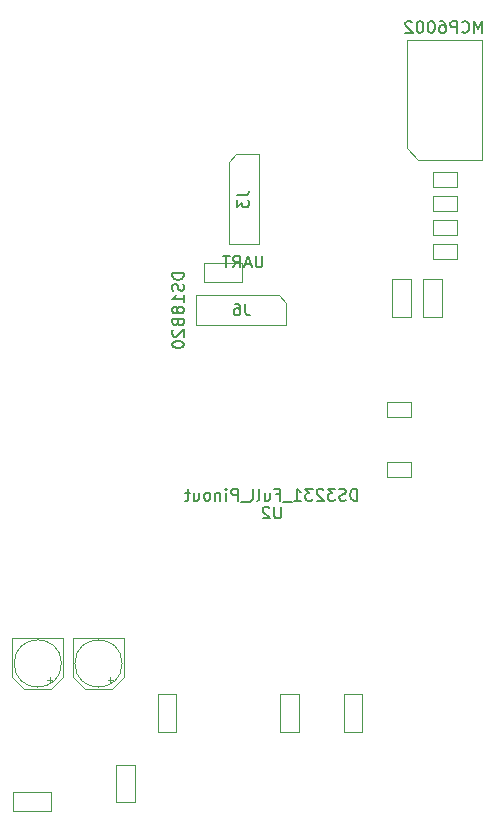
<source format=gbr>
G04 #@! TF.GenerationSoftware,KiCad,Pcbnew,(6.0.4)*
G04 #@! TF.CreationDate,2023-10-25T12:50:42+07:00*
G04 #@! TF.ProjectId,Station-Hardware-ver-01,53746174-696f-46e2-9d48-617264776172,rev?*
G04 #@! TF.SameCoordinates,Original*
G04 #@! TF.FileFunction,AssemblyDrawing,Bot*
%FSLAX46Y46*%
G04 Gerber Fmt 4.6, Leading zero omitted, Abs format (unit mm)*
G04 Created by KiCad (PCBNEW (6.0.4)) date 2023-10-25 12:50:42*
%MOMM*%
%LPD*%
G01*
G04 APERTURE LIST*
%ADD10C,0.150000*%
%ADD11C,0.100000*%
G04 APERTURE END LIST*
D10*
G04 #@! TO.C,U4*
X219631095Y-42562380D02*
X219631095Y-41562380D01*
X219297761Y-42276666D01*
X218964428Y-41562380D01*
X218964428Y-42562380D01*
X217916809Y-42467142D02*
X217964428Y-42514761D01*
X218107285Y-42562380D01*
X218202523Y-42562380D01*
X218345380Y-42514761D01*
X218440619Y-42419523D01*
X218488238Y-42324285D01*
X218535857Y-42133809D01*
X218535857Y-41990952D01*
X218488238Y-41800476D01*
X218440619Y-41705238D01*
X218345380Y-41610000D01*
X218202523Y-41562380D01*
X218107285Y-41562380D01*
X217964428Y-41610000D01*
X217916809Y-41657619D01*
X217488238Y-42562380D02*
X217488238Y-41562380D01*
X217107285Y-41562380D01*
X217012047Y-41610000D01*
X216964428Y-41657619D01*
X216916809Y-41752857D01*
X216916809Y-41895714D01*
X216964428Y-41990952D01*
X217012047Y-42038571D01*
X217107285Y-42086190D01*
X217488238Y-42086190D01*
X216059666Y-41562380D02*
X216250142Y-41562380D01*
X216345380Y-41610000D01*
X216393000Y-41657619D01*
X216488238Y-41800476D01*
X216535857Y-41990952D01*
X216535857Y-42371904D01*
X216488238Y-42467142D01*
X216440619Y-42514761D01*
X216345380Y-42562380D01*
X216154904Y-42562380D01*
X216059666Y-42514761D01*
X216012047Y-42467142D01*
X215964428Y-42371904D01*
X215964428Y-42133809D01*
X216012047Y-42038571D01*
X216059666Y-41990952D01*
X216154904Y-41943333D01*
X216345380Y-41943333D01*
X216440619Y-41990952D01*
X216488238Y-42038571D01*
X216535857Y-42133809D01*
X215345380Y-41562380D02*
X215250142Y-41562380D01*
X215154904Y-41610000D01*
X215107285Y-41657619D01*
X215059666Y-41752857D01*
X215012047Y-41943333D01*
X215012047Y-42181428D01*
X215059666Y-42371904D01*
X215107285Y-42467142D01*
X215154904Y-42514761D01*
X215250142Y-42562380D01*
X215345380Y-42562380D01*
X215440619Y-42514761D01*
X215488238Y-42467142D01*
X215535857Y-42371904D01*
X215583476Y-42181428D01*
X215583476Y-41943333D01*
X215535857Y-41752857D01*
X215488238Y-41657619D01*
X215440619Y-41610000D01*
X215345380Y-41562380D01*
X214393000Y-41562380D02*
X214297761Y-41562380D01*
X214202523Y-41610000D01*
X214154904Y-41657619D01*
X214107285Y-41752857D01*
X214059666Y-41943333D01*
X214059666Y-42181428D01*
X214107285Y-42371904D01*
X214154904Y-42467142D01*
X214202523Y-42514761D01*
X214297761Y-42562380D01*
X214393000Y-42562380D01*
X214488238Y-42514761D01*
X214535857Y-42467142D01*
X214583476Y-42371904D01*
X214631095Y-42181428D01*
X214631095Y-41943333D01*
X214583476Y-41752857D01*
X214535857Y-41657619D01*
X214488238Y-41610000D01*
X214393000Y-41562380D01*
X213678714Y-41657619D02*
X213631095Y-41610000D01*
X213535857Y-41562380D01*
X213297761Y-41562380D01*
X213202523Y-41610000D01*
X213154904Y-41657619D01*
X213107285Y-41752857D01*
X213107285Y-41848095D01*
X213154904Y-41990952D01*
X213726333Y-42562380D01*
X213107285Y-42562380D01*
G04 #@! TO.C,U2*
X209020476Y-82172380D02*
X209020476Y-81172380D01*
X208782380Y-81172380D01*
X208639523Y-81220000D01*
X208544285Y-81315238D01*
X208496666Y-81410476D01*
X208449047Y-81600952D01*
X208449047Y-81743809D01*
X208496666Y-81934285D01*
X208544285Y-82029523D01*
X208639523Y-82124761D01*
X208782380Y-82172380D01*
X209020476Y-82172380D01*
X208068095Y-82124761D02*
X207925238Y-82172380D01*
X207687142Y-82172380D01*
X207591904Y-82124761D01*
X207544285Y-82077142D01*
X207496666Y-81981904D01*
X207496666Y-81886666D01*
X207544285Y-81791428D01*
X207591904Y-81743809D01*
X207687142Y-81696190D01*
X207877619Y-81648571D01*
X207972857Y-81600952D01*
X208020476Y-81553333D01*
X208068095Y-81458095D01*
X208068095Y-81362857D01*
X208020476Y-81267619D01*
X207972857Y-81220000D01*
X207877619Y-81172380D01*
X207639523Y-81172380D01*
X207496666Y-81220000D01*
X207163333Y-81172380D02*
X206544285Y-81172380D01*
X206877619Y-81553333D01*
X206734761Y-81553333D01*
X206639523Y-81600952D01*
X206591904Y-81648571D01*
X206544285Y-81743809D01*
X206544285Y-81981904D01*
X206591904Y-82077142D01*
X206639523Y-82124761D01*
X206734761Y-82172380D01*
X207020476Y-82172380D01*
X207115714Y-82124761D01*
X207163333Y-82077142D01*
X206163333Y-81267619D02*
X206115714Y-81220000D01*
X206020476Y-81172380D01*
X205782380Y-81172380D01*
X205687142Y-81220000D01*
X205639523Y-81267619D01*
X205591904Y-81362857D01*
X205591904Y-81458095D01*
X205639523Y-81600952D01*
X206210952Y-82172380D01*
X205591904Y-82172380D01*
X205258571Y-81172380D02*
X204639523Y-81172380D01*
X204972857Y-81553333D01*
X204830000Y-81553333D01*
X204734761Y-81600952D01*
X204687142Y-81648571D01*
X204639523Y-81743809D01*
X204639523Y-81981904D01*
X204687142Y-82077142D01*
X204734761Y-82124761D01*
X204830000Y-82172380D01*
X205115714Y-82172380D01*
X205210952Y-82124761D01*
X205258571Y-82077142D01*
X203687142Y-82172380D02*
X204258571Y-82172380D01*
X203972857Y-82172380D02*
X203972857Y-81172380D01*
X204068095Y-81315238D01*
X204163333Y-81410476D01*
X204258571Y-81458095D01*
X203496666Y-82267619D02*
X202734761Y-82267619D01*
X202163333Y-81648571D02*
X202496666Y-81648571D01*
X202496666Y-82172380D02*
X202496666Y-81172380D01*
X202020476Y-81172380D01*
X201210952Y-81505714D02*
X201210952Y-82172380D01*
X201639523Y-81505714D02*
X201639523Y-82029523D01*
X201591904Y-82124761D01*
X201496666Y-82172380D01*
X201353809Y-82172380D01*
X201258571Y-82124761D01*
X201210952Y-82077142D01*
X200591904Y-82172380D02*
X200687142Y-82124761D01*
X200734761Y-82029523D01*
X200734761Y-81172380D01*
X200068095Y-82172380D02*
X200163333Y-82124761D01*
X200210952Y-82029523D01*
X200210952Y-81172380D01*
X199925238Y-82267619D02*
X199163333Y-82267619D01*
X198925238Y-82172380D02*
X198925238Y-81172380D01*
X198544285Y-81172380D01*
X198449047Y-81220000D01*
X198401428Y-81267619D01*
X198353809Y-81362857D01*
X198353809Y-81505714D01*
X198401428Y-81600952D01*
X198449047Y-81648571D01*
X198544285Y-81696190D01*
X198925238Y-81696190D01*
X197925238Y-82172380D02*
X197925238Y-81505714D01*
X197925238Y-81172380D02*
X197972857Y-81220000D01*
X197925238Y-81267619D01*
X197877619Y-81220000D01*
X197925238Y-81172380D01*
X197925238Y-81267619D01*
X197449047Y-81505714D02*
X197449047Y-82172380D01*
X197449047Y-81600952D02*
X197401428Y-81553333D01*
X197306190Y-81505714D01*
X197163333Y-81505714D01*
X197068095Y-81553333D01*
X197020476Y-81648571D01*
X197020476Y-82172380D01*
X196401428Y-82172380D02*
X196496666Y-82124761D01*
X196544285Y-82077142D01*
X196591904Y-81981904D01*
X196591904Y-81696190D01*
X196544285Y-81600952D01*
X196496666Y-81553333D01*
X196401428Y-81505714D01*
X196258571Y-81505714D01*
X196163333Y-81553333D01*
X196115714Y-81600952D01*
X196068095Y-81696190D01*
X196068095Y-81981904D01*
X196115714Y-82077142D01*
X196163333Y-82124761D01*
X196258571Y-82172380D01*
X196401428Y-82172380D01*
X195210952Y-81505714D02*
X195210952Y-82172380D01*
X195639523Y-81505714D02*
X195639523Y-82029523D01*
X195591904Y-82124761D01*
X195496666Y-82172380D01*
X195353809Y-82172380D01*
X195258571Y-82124761D01*
X195210952Y-82077142D01*
X194877619Y-81505714D02*
X194496666Y-81505714D01*
X194734761Y-81172380D02*
X194734761Y-82029523D01*
X194687142Y-82124761D01*
X194591904Y-82172380D01*
X194496666Y-82172380D01*
X202591904Y-82672380D02*
X202591904Y-83481904D01*
X202544285Y-83577142D01*
X202496666Y-83624761D01*
X202401428Y-83672380D01*
X202210952Y-83672380D01*
X202115714Y-83624761D01*
X202068095Y-83577142D01*
X202020476Y-83481904D01*
X202020476Y-82672380D01*
X201591904Y-82767619D02*
X201544285Y-82720000D01*
X201449047Y-82672380D01*
X201210952Y-82672380D01*
X201115714Y-82720000D01*
X201068095Y-82767619D01*
X201020476Y-82862857D01*
X201020476Y-82958095D01*
X201068095Y-83100952D01*
X201639523Y-83672380D01*
X201020476Y-83672380D01*
G04 #@! TO.C,J6*
X194372380Y-62897142D02*
X193372380Y-62897142D01*
X193372380Y-63135238D01*
X193420000Y-63278095D01*
X193515238Y-63373333D01*
X193610476Y-63420952D01*
X193800952Y-63468571D01*
X193943809Y-63468571D01*
X194134285Y-63420952D01*
X194229523Y-63373333D01*
X194324761Y-63278095D01*
X194372380Y-63135238D01*
X194372380Y-62897142D01*
X194324761Y-63849523D02*
X194372380Y-63992380D01*
X194372380Y-64230476D01*
X194324761Y-64325714D01*
X194277142Y-64373333D01*
X194181904Y-64420952D01*
X194086666Y-64420952D01*
X193991428Y-64373333D01*
X193943809Y-64325714D01*
X193896190Y-64230476D01*
X193848571Y-64040000D01*
X193800952Y-63944761D01*
X193753333Y-63897142D01*
X193658095Y-63849523D01*
X193562857Y-63849523D01*
X193467619Y-63897142D01*
X193420000Y-63944761D01*
X193372380Y-64040000D01*
X193372380Y-64278095D01*
X193420000Y-64420952D01*
X194372380Y-65373333D02*
X194372380Y-64801904D01*
X194372380Y-65087619D02*
X193372380Y-65087619D01*
X193515238Y-64992380D01*
X193610476Y-64897142D01*
X193658095Y-64801904D01*
X193800952Y-65944761D02*
X193753333Y-65849523D01*
X193705714Y-65801904D01*
X193610476Y-65754285D01*
X193562857Y-65754285D01*
X193467619Y-65801904D01*
X193420000Y-65849523D01*
X193372380Y-65944761D01*
X193372380Y-66135238D01*
X193420000Y-66230476D01*
X193467619Y-66278095D01*
X193562857Y-66325714D01*
X193610476Y-66325714D01*
X193705714Y-66278095D01*
X193753333Y-66230476D01*
X193800952Y-66135238D01*
X193800952Y-65944761D01*
X193848571Y-65849523D01*
X193896190Y-65801904D01*
X193991428Y-65754285D01*
X194181904Y-65754285D01*
X194277142Y-65801904D01*
X194324761Y-65849523D01*
X194372380Y-65944761D01*
X194372380Y-66135238D01*
X194324761Y-66230476D01*
X194277142Y-66278095D01*
X194181904Y-66325714D01*
X193991428Y-66325714D01*
X193896190Y-66278095D01*
X193848571Y-66230476D01*
X193800952Y-66135238D01*
X193848571Y-67087619D02*
X193896190Y-67230476D01*
X193943809Y-67278095D01*
X194039047Y-67325714D01*
X194181904Y-67325714D01*
X194277142Y-67278095D01*
X194324761Y-67230476D01*
X194372380Y-67135238D01*
X194372380Y-66754285D01*
X193372380Y-66754285D01*
X193372380Y-67087619D01*
X193420000Y-67182857D01*
X193467619Y-67230476D01*
X193562857Y-67278095D01*
X193658095Y-67278095D01*
X193753333Y-67230476D01*
X193800952Y-67182857D01*
X193848571Y-67087619D01*
X193848571Y-66754285D01*
X193467619Y-67706666D02*
X193420000Y-67754285D01*
X193372380Y-67849523D01*
X193372380Y-68087619D01*
X193420000Y-68182857D01*
X193467619Y-68230476D01*
X193562857Y-68278095D01*
X193658095Y-68278095D01*
X193800952Y-68230476D01*
X194372380Y-67659047D01*
X194372380Y-68278095D01*
X193372380Y-68897142D02*
X193372380Y-68992380D01*
X193420000Y-69087619D01*
X193467619Y-69135238D01*
X193562857Y-69182857D01*
X193753333Y-69230476D01*
X193991428Y-69230476D01*
X194181904Y-69182857D01*
X194277142Y-69135238D01*
X194324761Y-69087619D01*
X194372380Y-68992380D01*
X194372380Y-68897142D01*
X194324761Y-68801904D01*
X194277142Y-68754285D01*
X194181904Y-68706666D01*
X193991428Y-68659047D01*
X193753333Y-68659047D01*
X193562857Y-68706666D01*
X193467619Y-68754285D01*
X193420000Y-68801904D01*
X193372380Y-68897142D01*
X199563333Y-65492380D02*
X199563333Y-66206666D01*
X199610952Y-66349523D01*
X199706190Y-66444761D01*
X199849047Y-66492380D01*
X199944285Y-66492380D01*
X198658571Y-65492380D02*
X198849047Y-65492380D01*
X198944285Y-65540000D01*
X198991904Y-65587619D01*
X199087142Y-65730476D01*
X199134761Y-65920952D01*
X199134761Y-66301904D01*
X199087142Y-66397142D01*
X199039523Y-66444761D01*
X198944285Y-66492380D01*
X198753809Y-66492380D01*
X198658571Y-66444761D01*
X198610952Y-66397142D01*
X198563333Y-66301904D01*
X198563333Y-66063809D01*
X198610952Y-65968571D01*
X198658571Y-65920952D01*
X198753809Y-65873333D01*
X198944285Y-65873333D01*
X199039523Y-65920952D01*
X199087142Y-65968571D01*
X199134761Y-66063809D01*
G04 #@! TO.C,J3*
X201010238Y-61427380D02*
X201010238Y-62236904D01*
X200962619Y-62332142D01*
X200915000Y-62379761D01*
X200819761Y-62427380D01*
X200629285Y-62427380D01*
X200534047Y-62379761D01*
X200486428Y-62332142D01*
X200438809Y-62236904D01*
X200438809Y-61427380D01*
X200010238Y-62141666D02*
X199534047Y-62141666D01*
X200105476Y-62427380D02*
X199772142Y-61427380D01*
X199438809Y-62427380D01*
X198534047Y-62427380D02*
X198867380Y-61951190D01*
X199105476Y-62427380D02*
X199105476Y-61427380D01*
X198724523Y-61427380D01*
X198629285Y-61475000D01*
X198581666Y-61522619D01*
X198534047Y-61617857D01*
X198534047Y-61760714D01*
X198581666Y-61855952D01*
X198629285Y-61903571D01*
X198724523Y-61951190D01*
X199105476Y-61951190D01*
X198248333Y-61427380D02*
X197676904Y-61427380D01*
X197962619Y-62427380D02*
X197962619Y-61427380D01*
X198867380Y-56331666D02*
X199581666Y-56331666D01*
X199724523Y-56284047D01*
X199819761Y-56188809D01*
X199867380Y-56045952D01*
X199867380Y-55950714D01*
X198867380Y-56712619D02*
X198867380Y-57331666D01*
X199248333Y-56998333D01*
X199248333Y-57141190D01*
X199295952Y-57236428D01*
X199343571Y-57284047D01*
X199438809Y-57331666D01*
X199676904Y-57331666D01*
X199772142Y-57284047D01*
X199819761Y-57236428D01*
X199867380Y-57141190D01*
X199867380Y-56855476D01*
X199819761Y-56760238D01*
X199772142Y-56712619D01*
D11*
G04 #@! TO.C,U4*
X219568000Y-53330000D02*
X219568000Y-43170000D01*
X214218000Y-53330000D02*
X219568000Y-53330000D01*
X213218000Y-43170000D02*
X213218000Y-52330000D01*
X213218000Y-52330000D02*
X214218000Y-53330000D01*
X219568000Y-43170000D02*
X213218000Y-43170000D01*
G04 #@! TO.C,R7*
X190190000Y-104520000D02*
X188590000Y-104520000D01*
X188590000Y-107720000D02*
X190190000Y-107720000D01*
X190190000Y-107720000D02*
X190190000Y-104520000D01*
X188590000Y-104520000D02*
X188590000Y-107720000D01*
G04 #@! TO.C,C2*
X215452500Y-61685000D02*
X217452500Y-61685000D01*
X217452500Y-61685000D02*
X217452500Y-60435000D01*
X215452500Y-60435000D02*
X215452500Y-61685000D01*
X217452500Y-60435000D02*
X215452500Y-60435000D01*
G04 #@! TO.C,C8*
X188130000Y-97534773D02*
X188130000Y-97134773D01*
X185980000Y-98110000D02*
X184980000Y-97110000D01*
X188280000Y-98110000D02*
X185980000Y-98110000D01*
X188330000Y-97334773D02*
X187930000Y-97334773D01*
X188280000Y-98110000D02*
X189280000Y-97110000D01*
X189280000Y-97110000D02*
X189280000Y-93810000D01*
X189280000Y-93810000D02*
X184980000Y-93810000D01*
X184980000Y-97110000D02*
X184980000Y-93810000D01*
X189130000Y-95960000D02*
G75*
G03*
X189130000Y-95960000I-2000000J0D01*
G01*
G04 #@! TO.C,R8*
X183100000Y-106820000D02*
X179900000Y-106820000D01*
X183100000Y-108420000D02*
X183100000Y-106820000D01*
X179900000Y-106820000D02*
X179900000Y-108420000D01*
X179900000Y-108420000D02*
X183100000Y-108420000D01*
G04 #@! TO.C,R2*
X193730000Y-101760000D02*
X193730000Y-98560000D01*
X193730000Y-98560000D02*
X192130000Y-98560000D01*
X192130000Y-98560000D02*
X192130000Y-101760000D01*
X192130000Y-101760000D02*
X193730000Y-101760000D01*
G04 #@! TO.C,R4*
X211960000Y-63400000D02*
X211960000Y-66600000D01*
X211960000Y-66600000D02*
X213560000Y-66600000D01*
X213560000Y-63400000D02*
X211960000Y-63400000D01*
X213560000Y-66600000D02*
X213560000Y-63400000D01*
G04 #@! TO.C,J6*
X202405000Y-64770000D02*
X195420000Y-64770000D01*
X195420000Y-67310000D02*
X203040000Y-67310000D01*
X203040000Y-65405000D02*
X202405000Y-64770000D01*
X195420000Y-64770000D02*
X195420000Y-67310000D01*
X203040000Y-67310000D02*
X203040000Y-65405000D01*
G04 #@! TO.C,C3*
X217460000Y-58415000D02*
X215460000Y-58415000D01*
X215460000Y-59665000D02*
X217460000Y-59665000D01*
X215460000Y-58415000D02*
X215460000Y-59665000D01*
X217460000Y-59665000D02*
X217460000Y-58415000D01*
G04 #@! TO.C,R3*
X216220000Y-66590000D02*
X216220000Y-63390000D01*
X216220000Y-63390000D02*
X214620000Y-63390000D01*
X214620000Y-66590000D02*
X216220000Y-66590000D01*
X214620000Y-63390000D02*
X214620000Y-66590000D01*
G04 #@! TO.C,C4*
X217460000Y-57645000D02*
X217460000Y-56395000D01*
X217460000Y-56395000D02*
X215460000Y-56395000D01*
X215460000Y-56395000D02*
X215460000Y-57645000D01*
X215460000Y-57645000D02*
X217460000Y-57645000D01*
G04 #@! TO.C,C7*
X180840000Y-98110000D02*
X179840000Y-97110000D01*
X182990000Y-97534773D02*
X182990000Y-97134773D01*
X184140000Y-97110000D02*
X184140000Y-93810000D01*
X183140000Y-98110000D02*
X180840000Y-98110000D01*
X179840000Y-97110000D02*
X179840000Y-93810000D01*
X184140000Y-93810000D02*
X179840000Y-93810000D01*
X183190000Y-97334773D02*
X182790000Y-97334773D01*
X183140000Y-98110000D02*
X184140000Y-97110000D01*
X183990000Y-95960000D02*
G75*
G03*
X183990000Y-95960000I-2000000J0D01*
G01*
G04 #@! TO.C,C1*
X211550000Y-75095000D02*
X213550000Y-75095000D01*
X211550000Y-73845000D02*
X211550000Y-75095000D01*
X213550000Y-75095000D02*
X213550000Y-73845000D01*
X213550000Y-73845000D02*
X211550000Y-73845000D01*
G04 #@! TO.C,R6*
X199270000Y-63660000D02*
X199270000Y-62060000D01*
X199270000Y-62060000D02*
X196070000Y-62060000D01*
X196070000Y-62060000D02*
X196070000Y-63660000D01*
X196070000Y-63660000D02*
X199270000Y-63660000D01*
G04 #@! TO.C,C6*
X213547500Y-78915000D02*
X211547500Y-78915000D01*
X213547500Y-80165000D02*
X213547500Y-78915000D01*
X211547500Y-80165000D02*
X213547500Y-80165000D01*
X211547500Y-78915000D02*
X211547500Y-80165000D01*
G04 #@! TO.C,R1*
X204110000Y-98560000D02*
X202510000Y-98560000D01*
X204110000Y-101760000D02*
X204110000Y-98560000D01*
X202510000Y-101760000D02*
X204110000Y-101760000D01*
X202510000Y-98560000D02*
X202510000Y-101760000D01*
G04 #@! TO.C,C5*
X215460000Y-55625000D02*
X217460000Y-55625000D01*
X217460000Y-55625000D02*
X217460000Y-54375000D01*
X215460000Y-54375000D02*
X215460000Y-55625000D01*
X217460000Y-54375000D02*
X215460000Y-54375000D01*
G04 #@! TO.C,J3*
X200685000Y-60475000D02*
X200685000Y-52855000D01*
X200685000Y-52855000D02*
X198780000Y-52855000D01*
X198780000Y-52855000D02*
X198145000Y-53490000D01*
X198145000Y-60475000D02*
X200685000Y-60475000D01*
X198145000Y-53490000D02*
X198145000Y-60475000D01*
G04 #@! TO.C,R5*
X207880000Y-98550000D02*
X207880000Y-101750000D01*
X209480000Y-101750000D02*
X209480000Y-98550000D01*
X209480000Y-98550000D02*
X207880000Y-98550000D01*
X207880000Y-101750000D02*
X209480000Y-101750000D01*
G04 #@! TD*
M02*

</source>
